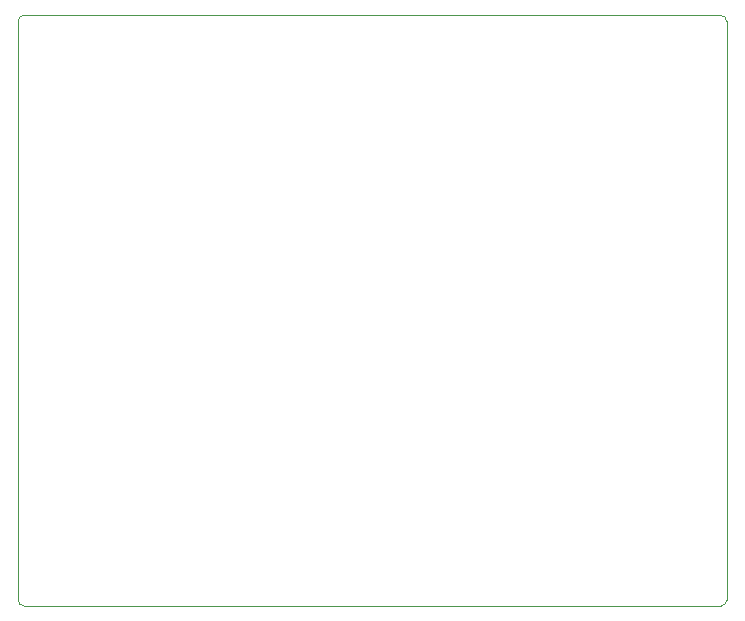
<source format=gm1>
G04 #@! TF.GenerationSoftware,KiCad,Pcbnew,(6.0.11)*
G04 #@! TF.CreationDate,2024-02-18T11:49:07+01:00*
G04 #@! TF.ProjectId,8-Cell Balancer Charger,382d4365-6c6c-4204-9261-6c616e636572,rev?*
G04 #@! TF.SameCoordinates,Original*
G04 #@! TF.FileFunction,Profile,NP*
%FSLAX46Y46*%
G04 Gerber Fmt 4.6, Leading zero omitted, Abs format (unit mm)*
G04 Created by KiCad (PCBNEW (6.0.11)) date 2024-02-18 11:49:07*
%MOMM*%
%LPD*%
G01*
G04 APERTURE LIST*
G04 #@! TA.AperFunction,Profile*
%ADD10C,0.050000*%
G04 #@! TD*
G04 APERTURE END LIST*
D10*
X-30000000Y-24500000D02*
X-30000000Y24500000D01*
X-29500000Y25000000D02*
G75*
G03*
X-30000000Y24500000I1J-500001D01*
G01*
X29500001Y-25000001D02*
G75*
G03*
X30000001Y-24500001I-1J500001D01*
G01*
X30000001Y24500001D02*
X30000001Y-24500001D01*
X30000001Y24500001D02*
G75*
G03*
X29500001Y25000001I-500001J-1D01*
G01*
X29500001Y-25000001D02*
X-29500000Y-25000000D01*
X-29500000Y25000000D02*
X29500001Y25000001D01*
X-30000000Y-24500000D02*
G75*
G03*
X-29500000Y-25000000I500001J1D01*
G01*
M02*

</source>
